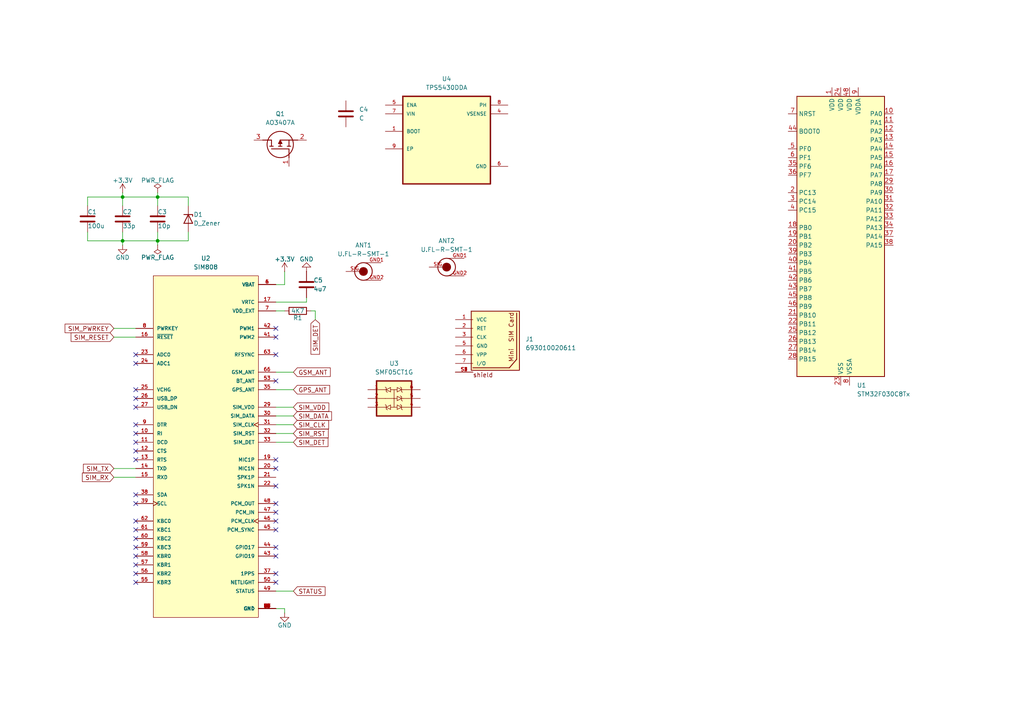
<source format=kicad_sch>
(kicad_sch (version 20250114) (generator "eeschema") (generator_version "9.0")
  (paper "A4")
  (lib_symbols
    (symbol "693010020611:693010020611" (pin_names (offset 1.016))
      (property "Reference" "J" (at 0 8.255 0))
      (symbol "693010020611_0_0"
        (rectangle (start -8.108 -9.6025) (end 5.862 7.5425) (stroke (width 0.254)) (fill (type background)))
        (polyline (pts (xy -7.62 -8.89) (xy 2.96 -8.89)) (stroke (width 0.254)))
        (polyline (pts (xy 5.08 -6.42) (xy 2.96 -8.89)) (stroke (width 0.254)))
        (polyline (pts (xy 5.08 -6.42) (xy 5.08 6.985)) (stroke (width 0.254)))
        (text "shield" (at -7.62 -11.7 0) (effects (font (size 1.27 1.27)) (justify left bottom)))
        (text "Mini  SIM Card " (at 4.283 -7.212 900) (effects (font (size 1.27 1.27)) (justify left bottom)))
        (pin bidirectional line (at -12.7 5.08 0) (length 5.08) (name "VCC") (number "1"))
        (pin bidirectional line (at -12.7 2.54 0) (length 5.08) (name "RET") (number "2"))
        (pin bidirectional line (at -12.7 0 0) (length 5.08) (name "CLK") (number "3"))
        (pin bidirectional line (at -12.7 -2.54 0) (length 5.08) (name "GND") (number "5"))
        (pin bidirectional line (at -12.7 -5.08 0) (length 5.08) (name "VPP") (number "6"))
        (pin bidirectional line (at -12.7 -7.62 0) (length 5.08) (name "I/O") (number "7"))
        (pin bidirectional line (at -12.7 -10.16 0) (length 5.08) (name "~") (number "S1"))
        (pin bidirectional line (at -12.7 -10.16 0) (length 5.08) (name "~") (number "S2"))
        (pin bidirectional line (at -12.7 -10.16 0) (length 5.08) (name "~") (number "S3"))
        (pin bidirectional line (at -12.7 -10.16 0) (length 5.08) (name "~") (number "S4"))
      )
    )
    (symbol "AO3407A:AO3407A" (pin_names (hide yes))
      (property "Reference" "Q" (at 11.43 3.81 0))
      (property "Value" "AO3407A" (at 11.43 1.27 0))
      (symbol "AO3407A_1_1"
        (polyline (pts (xy 2.54 0) (xy 5.08 0)) (stroke (width 0.254)))
        (polyline (pts (xy 5.08 5.08) (xy 5.08 0)) (stroke (width 0.254)))
        (polyline (pts (xy 5.842 5.588) (xy 5.842 4.572)) (stroke (width 0.254)))
        (polyline (pts (xy 5.842 2.032) (xy 5.842 3.048)) (stroke (width 0.254)))
        (polyline (pts (xy 5.842 0) (xy 7.62 0)) (stroke (width 0.254)))
        (polyline (pts (xy 5.842 -0.508) (xy 5.842 0.508)) (stroke (width 0.254)))
        (circle (center 6.35 2.54) (radius 3.81) (stroke (width 0.254)))
        (polyline (pts (xy 7.62 5.08) (xy 5.842 5.08)) (stroke (width 0.254)))
        (polyline (pts (xy 7.62 5.08) (xy 7.62 7.62)) (stroke (width 0.254)))
        (polyline (pts (xy 7.62 2.54) (xy 5.842 2.54)) (stroke (width 0.254)))
        (polyline (pts (xy 7.62 2.54) (xy 7.62 -2.54)) (stroke (width 0.254)))
        (polyline (pts (xy 7.62 2.54) (xy 6.604 3.048) (xy 6.604 2.032) (xy 7.62 2.54)) (stroke (width 0.254)) (fill (type outline)))
        (pin passive line (at 0 0 0) (length 2.54) (name "G") (number "1"))
        (pin passive line (at 7.62 10.16 270) (length 2.54) (name "D") (number "3"))
        (pin passive line (at 7.62 -5.08 90) (length 2.54) (name "S") (number "2"))
      )
    )
    (symbol "Device:C" (pin_numbers (hide yes)) (pin_names (offset 0.254))
      (property "Reference" "C" (at 0.635 2.54 0))
      (property "Value" "C" (at 0.635 -2.54 0))
      (symbol "C_0_1"
        (polyline (pts (xy -2.032 0.762) (xy 2.032 0.762)) (stroke (width 0.508)))
        (polyline (pts (xy -2.032 -0.762) (xy 2.032 -0.762)) (stroke (width 0.508)))
      )
      (symbol "C_1_1"
        (pin passive line (at 0 3.81 270) (length 2.794) (name "~") (number "1"))
        (pin passive line (at 0 -3.81 90) (length 2.794) (name "~") (number "2"))
      )
    )
    (symbol "Device:D_Zener" (pin_numbers (hide yes)) (pin_names (offset 1.016) (hide yes))
      (property "Reference" "D" (at 0 2.54 0))
      (property "Value" "D_Zener" (at 0 -2.54 0))
      (symbol "D_Zener_0_1"
        (polyline (pts (xy -1.27 -1.27) (xy -1.27 1.27) (xy -0.762 1.27)) (stroke (width 0.254)))
        (polyline (pts (xy 1.27 0) (xy -1.27 0)))
        (polyline (pts (xy 1.27 -1.27) (xy 1.27 1.27) (xy -1.27 0) (xy 1.27 -1.27)) (stroke (width 0.254)))
      )
      (symbol "D_Zener_1_1"
        (pin passive line (at -3.81 0 0) (length 2.54) (name "K") (number "1"))
        (pin passive line (at 3.81 0 180) (length 2.54) (name "A") (number "2"))
      )
    )
    (symbol "Device:R" (pin_numbers (hide yes)) (pin_names (offset 0))
      (property "Reference" "R" (at 2.032 0 90))
      (property "Value" "R" (at 0 0 90))
      (symbol "R_0_1"
        (rectangle (start -1.016 -2.54) (end 1.016 2.54) (stroke (width 0.254)))
      )
      (symbol "R_1_1"
        (pin passive line (at 0 3.81 270) (length 1.27) (name "~") (number "1"))
        (pin passive line (at 0 -3.81 90) (length 1.27) (name "~") (number "2"))
      )
    )
    (symbol "MCU_ST_STM32F0:STM32F030C8Tx"
      (property "Reference" "U" (at -12.7 41.91 0))
      (property "Value" "STM32F030C8Tx" (at 7.62 41.91 0))
      (symbol "STM32F030C8Tx_0_1"
        (rectangle (start -12.7 -40.64) (end 12.7 40.64) (stroke (width 0.254)) (fill (type background)))
      )
      (symbol "STM32F030C8Tx_1_1"
        (pin input line (at -15.24 35.56 0) (length 2.54) (name "NRST") (number "7"))
        (pin input line (at -15.24 30.48 0) (length 2.54) (name "BOOT0") (number "44"))
        (pin bidirectional line (at -15.24 25.4 0) (length 2.54) (name "PF0") (number "5"))
        (pin bidirectional line (at -15.24 22.86 0) (length 2.54) (name "PF1") (number "6"))
        (pin bidirectional line (at -15.24 20.32 0) (length 2.54) (name "PF6") (number "35"))
        (pin bidirectional line (at -15.24 17.78 0) (length 2.54) (name "PF7") (number "36"))
        (pin bidirectional line (at -15.24 12.7 0) (length 2.54) (name "PC13") (number "2"))
        (pin bidirectional line (at -15.24 10.16 0) (length 2.54) (name "PC14") (number "3"))
        (pin bidirectional line (at -15.24 7.62 0) (length 2.54) (name "PC15") (number "4"))
        (pin bidirectional line (at -15.24 2.54 0) (length 2.54) (name "PB0") (number "18"))
        (pin bidirectional line (at -15.24 0 0) (length 2.54) (name "PB1") (number "19"))
        (pin bidirectional line (at -15.24 -2.54 0) (length 2.54) (name "PB2") (number "20"))
        (pin bidirectional line (at -15.24 -5.08 0) (length 2.54) (name "PB3") (number "39"))
        (pin bidirectional line (at -15.24 -7.62 0) (length 2.54) (name "PB4") (number "40"))
        (pin bidirectional line (at -15.24 -10.16 0) (length 2.54) (name "PB5") (number "41"))
        (pin bidirectional line (at -15.24 -12.7 0) (length 2.54) (name "PB6") (number "42"))
        (pin bidirectional line (at -15.24 -15.24 0) (length 2.54) (name "PB7") (number "43"))
        (pin bidirectional line (at -15.24 -17.78 0) (length 2.54) (name "PB8") (number "45"))
        (pin bidirectional line (at -15.24 -20.32 0) (length 2.54) (name "PB9") (number "46"))
        (pin bidirectional line (at -15.24 -22.86 0) (length 2.54) (name "PB10") (number "21"))
        (pin bidirectional line (at -15.24 -25.4 0) (length 2.54) (name "PB11") (number "22"))
        (pin bidirectional line (at -15.24 -27.94 0) (length 2.54) (name "PB12") (number "25"))
        (pin bidirectional line (at -15.24 -30.48 0) (length 2.54) (name "PB13") (number "26"))
        (pin bidirectional line (at -15.24 -33.02 0) (length 2.54) (name "PB14") (number "27"))
        (pin bidirectional line (at -15.24 -35.56 0) (length 2.54) (name "PB15") (number "28"))
        (pin power_in line (at -2.54 43.18 270) (length 2.54) (name "VDD") (number "1"))
        (pin power_in line (at 0 43.18 270) (length 2.54) (name "VDD") (number "24"))
        (pin power_in line (at 0 -43.18 90) (length 2.54) (name "VSS") (number "23"))
        (pin passive line (at 0 -43.18 90) (length 2.54) (hide yes) (name "VSS") (number "47"))
        (pin power_in line (at 2.54 43.18 270) (length 2.54) (name "VDD") (number "48"))
        (pin power_in line (at 2.54 -43.18 90) (length 2.54) (name "VSSA") (number "8"))
        (pin power_in line (at 5.08 43.18 270) (length 2.54) (name "VDDA") (number "9"))
        (pin bidirectional line (at 15.24 35.56 180) (length 2.54) (name "PA0") (number "10"))
        (pin bidirectional line (at 15.24 33.02 180) (length 2.54) (name "PA1") (number "11"))
        (pin bidirectional line (at 15.24 30.48 180) (length 2.54) (name "PA2") (number "12"))
        (pin bidirectional line (at 15.24 27.94 180) (length 2.54) (name "PA3") (number "13"))
        (pin bidirectional line (at 15.24 25.4 180) (length 2.54) (name "PA4") (number "14"))
        (pin bidirectional line (at 15.24 22.86 180) (length 2.54) (name "PA5") (number "15"))
        (pin bidirectional line (at 15.24 20.32 180) (length 2.54) (name "PA6") (number "16"))
        (pin bidirectional line (at 15.24 17.78 180) (length 2.54) (name "PA7") (number "17"))
        (pin bidirectional line (at 15.24 15.24 180) (length 2.54) (name "PA8") (number "29"))
        (pin bidirectional line (at 15.24 12.7 180) (length 2.54) (name "PA9") (number "30"))
        (pin bidirectional line (at 15.24 10.16 180) (length 2.54) (name "PA10") (number "31"))
        (pin bidirectional line (at 15.24 7.62 180) (length 2.54) (name "PA11") (number "32"))
        (pin bidirectional line (at 15.24 5.08 180) (length 2.54) (name "PA12") (number "33"))
        (pin bidirectional line (at 15.24 2.54 180) (length 2.54) (name "PA13") (number "34"))
        (pin bidirectional line (at 15.24 0 180) (length 2.54) (name "PA14") (number "37"))
        (pin bidirectional line (at 15.24 -2.54 180) (length 2.54) (name "PA15") (number "38"))
      )
    )
    (symbol "SIM808:SIM808" (pin_names (offset 1.016))
      (property "Reference" "U" (at -15.24 49.022 0))
      (property "Value" "SIM808" (at -15.24 -53.34 0))
      (symbol "SIM808_0_0"
        (rectangle (start -15.24 -50.8) (end 15.24 48.26) (stroke (width 0.1524)) (fill (type background)))
        (pin input line (at -20.32 33.02 0) (length 5.08) (name "PWRKEY") (number "8"))
        (pin input line (at -20.32 30.48 0) (length 5.08) (name "~{RESET}") (number "16"))
        (pin input line (at -20.32 25.4 0) (length 5.08) (name "ADC0") (number "23"))
        (pin input line (at -20.32 22.86 0) (length 5.08) (name "ADC1") (number "24"))
        (pin input line (at -20.32 15.24 0) (length 5.08) (name "VCHG") (number "25"))
        (pin bidirectional line (at -20.32 12.7 0) (length 5.08) (name "USB_DP") (number "26"))
        (pin bidirectional line (at -20.32 10.16 0) (length 5.08) (name "USB_DN") (number "27"))
        (pin input line (at -20.32 5.08 0) (length 5.08) (name "DTR") (number "9"))
        (pin output line (at -20.32 2.54 0) (length 5.08) (name "RI") (number "10"))
        (pin output line (at -20.32 0 0) (length 5.08) (name "DCD") (number "11"))
        (pin output line (at -20.32 -2.54 0) (length 5.08) (name "CTS") (number "12"))
        (pin input line (at -20.32 -5.08 0) (length 5.08) (name "RTS") (number "13"))
        (pin output line (at -20.32 -7.62 0) (length 5.08) (name "TXD") (number "14"))
        (pin input line (at -20.32 -10.16 0) (length 5.08) (name "RXD") (number "15"))
        (pin bidirectional line (at -20.32 -15.24 0) (length 5.08) (name "SDA") (number "38"))
        (pin input clock (at -20.32 -17.78 0) (length 5.08) (name "SCL") (number "39"))
        (pin input line (at -20.32 -22.86 0) (length 5.08) (name "KBC0") (number "62"))
        (pin input line (at -20.32 -25.4 0) (length 5.08) (name "KBC1") (number "61"))
        (pin input line (at -20.32 -27.94 0) (length 5.08) (name "KBC2") (number "60"))
        (pin input line (at -20.32 -30.48 0) (length 5.08) (name "KBC3") (number "59"))
        (pin output line (at -20.32 -33.02 0) (length 5.08) (name "KBR0") (number "58"))
        (pin output line (at -20.32 -35.56 0) (length 5.08) (name "KBR1") (number "57"))
        (pin output line (at -20.32 -38.1 0) (length 5.08) (name "KBR2") (number "56"))
        (pin output line (at -20.32 -40.64 0) (length 5.08) (name "KBR3") (number "55"))
        (pin power_in line (at 20.32 45.72 180) (length 5.08) (name "VBAT") (number "4"))
        (pin power_in line (at 20.32 45.72 180) (length 5.08) (name "VBAT") (number "5"))
        (pin power_in line (at 20.32 45.72 180) (length 5.08) (name "VBAT") (number "6"))
        (pin bidirectional line (at 20.32 40.64 180) (length 5.08) (name "VRTC") (number "17"))
        (pin output line (at 20.32 38.1 180) (length 5.08) (name "VDD_EXT") (number "7"))
        (pin output line (at 20.32 33.02 180) (length 5.08) (name "PWM1") (number "42"))
        (pin output line (at 20.32 30.48 180) (length 5.08) (name "PWM2") (number "41"))
        (pin output line (at 20.32 25.4 180) (length 5.08) (name "RFSYNC") (number "63"))
        (pin bidirectional line (at 20.32 20.32 180) (length 5.08) (name "GSM_ANT") (number "66"))
        (pin bidirectional line (at 20.32 17.78 180) (length 5.08) (name "BT_ANT") (number "53"))
        (pin input line (at 20.32 15.24 180) (length 5.08) (name "GPS_ANT") (number "35"))
        (pin output line (at 20.32 10.16 180) (length 5.08) (name "SIM_VDD") (number "29"))
        (pin bidirectional line (at 20.32 7.62 180) (length 5.08) (name "SIM_DATA") (number "30"))
        (pin output clock (at 20.32 5.08 180) (length 5.08) (name "SIM_CLK") (number "31"))
        (pin output line (at 20.32 2.54 180) (length 5.08) (name "SIM_RST") (number "32"))
        (pin input line (at 20.32 0 180) (length 5.08) (name "SIM_DET") (number "33"))
        (pin input line (at 20.32 -5.08 180) (length 5.08) (name "MIC1P") (number "19"))
        (pin input line (at 20.32 -7.62 180) (length 5.08) (name "MIC1N") (number "20"))
        (pin output line (at 20.32 -10.16 180) (length 5.08) (name "SPK1P") (number "21"))
        (pin output line (at 20.32 -12.7 180) (length 5.08) (name "SPK1N") (number "22"))
        (pin output line (at 20.32 -17.78 180) (length 5.08) (name "PCM_OUT") (number "48"))
        (pin input line (at 20.32 -20.32 180) (length 5.08) (name "PCM_IN") (number "47"))
        (pin input clock (at 20.32 -22.86 180) (length 5.08) (name "PCM_CLK") (number "46"))
        (pin output line (at 20.32 -25.4 180) (length 5.08) (name "PCM_SYNC") (number "45"))
        (pin bidirectional line (at 20.32 -30.48 180) (length 5.08) (name "GPIO17") (number "44"))
        (pin bidirectional line (at 20.32 -33.02 180) (length 5.08) (name "GPIO19") (number "43"))
        (pin output line (at 20.32 -38.1 180) (length 5.08) (name "1PPS") (number "37"))
        (pin output line (at 20.32 -40.64 180) (length 5.08) (name "NETLIGHT") (number "50"))
        (pin output line (at 20.32 -43.18 180) (length 5.08) (name "STATUS") (number "49"))
        (pin power_in line (at 20.32 -48.26 180) (length 5.08) (name "GND") (number "1"))
        (pin power_in line (at 20.32 -48.26 180) (length 5.08) (name "GND") (number "18"))
        (pin power_in line (at 20.32 -48.26 180) (length 5.08) (name "GND") (number "2"))
        (pin power_in line (at 20.32 -48.26 180) (length 5.08) (name "GND") (number "28"))
        (pin power_in line (at 20.32 -48.26 180) (length 5.08) (name "GND") (number "3"))
        (pin power_in line (at 20.32 -48.26 180) (length 5.08) (name "GND") (number "34"))
        (pin power_in line (at 20.32 -48.26 180) (length 5.08) (name "GND") (number "36"))
        (pin power_in line (at 20.32 -48.26 180) (length 5.08) (name "GND") (number "40"))
        (pin power_in line (at 20.32 -48.26 180) (length 5.08) (name "GND") (number "51"))
        (pin power_in line (at 20.32 -48.26 180) (length 5.08) (name "GND") (number "52"))
        (pin power_in line (at 20.32 -48.26 180) (length 5.08) (name "GND") (number "54"))
        (pin power_in line (at 20.32 -48.26 180) (length 5.08) (name "GND") (number "64"))
        (pin power_in line (at 20.32 -48.26 180) (length 5.08) (name "GND") (number "65"))
        (pin power_in line (at 20.32 -48.26 180) (length 5.08) (name "GND") (number "67"))
        (pin power_in line (at 20.32 -48.26 180) (length 5.08) (name "GND") (number "68"))
      )
    )
    (symbol "SMF05CT1G:SMF05CT1G" (pin_names (offset 1.016))
      (property "Reference" "U" (at -5.1114 6.0907 0))
      (property "Value" "SMF05CT1G" (at -5.1118 -9.0963 0))
      (symbol "SMF05CT1G_0_0"
        (rectangle (start -5.08 -5.08) (end 5.08 5.08) (stroke (width 0.41)) (fill (type background)))
        (polyline (pts (xy -2.54 3.302) (xy -2.286 3.048)) (stroke (width 0.1524)))
        (polyline (pts (xy -2.54 -1.778) (xy -2.286 -2.032)) (stroke (width 0.1524)))
        (polyline (pts (xy -2.286 3.048) (xy -2.286 2.54)) (stroke (width 0.1524)))
        (polyline (pts (xy -2.286 2.54) (xy -2.54 2.54)) (stroke (width 0.1524)))
        (polyline (pts (xy -2.286 2.54) (xy -2.286 2.032)) (stroke (width 0.1524)))
        (polyline (pts (xy -2.286 2.54) (xy -1.016 1.905)) (stroke (width 0.1524)))
        (polyline (pts (xy -2.286 2.032) (xy -1.905 1.778)) (stroke (width 0.1524)))
        (polyline (pts (xy -2.286 -2.032) (xy -2.286 -2.54)) (stroke (width 0.1524)))
        (polyline (pts (xy -2.286 -2.54) (xy -2.54 -2.54)) (stroke (width 0.1524)))
        (polyline (pts (xy -2.286 -2.54) (xy -2.286 -3.048)) (stroke (width 0.1524)))
        (polyline (pts (xy -2.286 -2.54) (xy -1.016 -3.175)) (stroke (width 0.1524)))
        (polyline (pts (xy -2.286 -3.048) (xy -1.905 -3.302)) (stroke (width 0.1524)))
        (polyline (pts (xy -1.016 3.175) (xy -2.286 2.54)) (stroke (width 0.1524)))
        (polyline (pts (xy -1.016 2.54) (xy -1.016 3.175)) (stroke (width 0.1524)))
        (polyline (pts (xy -1.016 2.54) (xy 0 2.54)) (stroke (width 0.1524)))
        (polyline (pts (xy -1.016 1.905) (xy -1.016 2.54)) (stroke (width 0.1524)))
        (polyline (pts (xy -1.016 -1.905) (xy -2.286 -2.54)) (stroke (width 0.1524)))
        (polyline (pts (xy -1.016 -2.54) (xy -1.016 -1.905)) (stroke (width 0.1524)))
        (polyline (pts (xy -1.016 -2.54) (xy 0 -2.54)) (stroke (width 0.1524)))
        (polyline (pts (xy -1.016 -3.175) (xy -1.016 -2.54)) (stroke (width 0.1524)))
        (polyline (pts (xy 0 2.54) (xy 0 0)) (stroke (width 0.1524)))
        (polyline (pts (xy 0 2.54) (xy 0.762 2.54)) (stroke (width 0.1524)))
        (polyline (pts (xy 0 0) (xy -2.54 0)) (stroke (width 0.1524)))
        (polyline (pts (xy 0 0) (xy 0 -2.54)) (stroke (width 0.1524)))
        (polyline (pts (xy 0 -2.54) (xy 0.762 -2.54)) (stroke (width 0.1524)))
        (polyline (pts (xy 0.762 0) (xy 0 0)) (stroke (width 0.1524)))
        (polyline (pts (xy 0.889 3.175) (xy 0.889 1.905)) (stroke (width 0.1524)))
        (polyline (pts (xy 0.889 1.905) (xy 2.159 2.54)) (stroke (width 0.1524)))
        (polyline (pts (xy 0.889 0.635) (xy 0.889 -0.635)) (stroke (width 0.1524)))
        (polyline (pts (xy 0.889 -0.635) (xy 2.159 0)) (stroke (width 0.1524)))
        (polyline (pts (xy 0.889 -1.905) (xy 0.889 -3.175)) (stroke (width 0.1524)))
        (polyline (pts (xy 0.889 -3.175) (xy 2.159 -2.54)) (stroke (width 0.1524)))
        (polyline (pts (xy 2.032 2.54) (xy 2.54 2.54)) (stroke (width 0.1524)))
        (polyline (pts (xy 2.032 -2.54) (xy 2.54 -2.54)) (stroke (width 0.1524)))
        (polyline (pts (xy 2.159 3.048) (xy 1.778 3.302)) (stroke (width 0.1524)))
        (polyline (pts (xy 2.159 2.54) (xy 0.889 3.175)) (stroke (width 0.1524)))
        (polyline (pts (xy 2.159 2.032) (xy 2.159 3.048)) (stroke (width 0.1524)))
        (polyline (pts (xy 2.159 0.508) (xy 1.778 0.762)) (stroke (width 0.1524)))
        (polyline (pts (xy 2.159 0) (xy 0.889 0.635)) (stroke (width 0.1524)))
        (polyline (pts (xy 2.159 -0.508) (xy 2.159 0.508)) (stroke (width 0.1524)))
        (polyline (pts (xy 2.159 -2.032) (xy 1.778 -1.778)) (stroke (width 0.1524)))
        (polyline (pts (xy 2.159 -2.54) (xy 0.889 -1.905)) (stroke (width 0.1524)))
        (polyline (pts (xy 2.159 -3.048) (xy 2.159 -2.032)) (stroke (width 0.1524)))
        (polyline (pts (xy 2.286 0) (xy 2.54 0)) (stroke (width 0.1524)))
        (polyline (pts (xy 2.413 1.778) (xy 2.159 2.032)) (stroke (width 0.1524)))
        (polyline (pts (xy 2.413 -0.762) (xy 2.159 -0.508)) (stroke (width 0.1524)))
        (polyline (pts (xy 2.413 -3.302) (xy 2.159 -3.048)) (stroke (width 0.1524)))
        (pin passive line (at -7.62 2.54 0) (length 5.08) (name "~") (number "1"))
        (pin passive line (at -7.62 0 0) (length 5.08) (name "~") (number "2"))
        (pin passive line (at -7.62 -2.54 0) (length 5.08) (name "~") (number "3"))
        (pin passive line (at 7.62 2.54 180) (length 5.08) (name "~") (number "6"))
        (pin passive line (at 7.62 0 180) (length 5.08) (name "~") (number "5"))
        (pin passive line (at 7.62 -2.54 180) (length 5.08) (name "~") (number "4"))
      )
    )
    (symbol "TPS5430DDA:TPS5430DDA" (pin_names (offset 1.016))
      (property "Reference" "U" (at -12.7 13.7 0))
      (property "Value" "TPS5430DDA" (at -12.7 -16.7 0))
      (symbol "TPS5430DDA_0_0"
        (rectangle (start -12.7 -12.7) (end 12.7 12.7) (stroke (width 0.41)) (fill (type background)))
        (pin input line (at -17.78 10.16 0) (length 5.08) (name "ENA") (number "5"))
        (pin input line (at -17.78 7.62 0) (length 5.08) (name "VIN") (number "7"))
        (pin bidirectional line (at -17.78 2.54 0) (length 5.08) (name "BOOT") (number "1"))
        (pin bidirectional line (at -17.78 -2.54 0) (length 5.08) (name "EP") (number "9"))
        (pin output line (at 17.78 10.16 180) (length 5.08) (name "PH") (number "8"))
        (pin output line (at 17.78 7.62 180) (length 5.08) (name "VSENSE") (number "4"))
        (pin power_in line (at 17.78 -7.62 180) (length 5.08) (name "GND") (number "6"))
      )
    )
    (symbol "U.FL-R-SMT-1:U.FL-R-SMT-1" (pin_names (offset 1.016))
      (property "Reference" "ANT" (at -2.54 5.08 0))
      (property "Value" "U.FL-R-SMT-1" (at -2.54 -6.096 0))
      (symbol "U.FL-R-SMT-1_0_0"
        (circle (center 0 0) (radius 0.635) (stroke (width 1.27)))
        (circle (center 0 0) (radius 2.5527) (stroke (width 0.254)))
        (polyline (pts (xy 2.54 2.54) (xy 0.254 2.54)) (stroke (width 0.1524)))
        (polyline (pts (xy 2.54 -2.54) (xy 0.254 -2.54)) (stroke (width 0.1524)))
        (pin bidirectional line (at -5.08 0 0) (length 5.08) (name "~") (number "SIG"))
        (pin bidirectional line (at 5.08 2.54 180) (length 2.54) (name "~") (number "GND1"))
        (pin bidirectional line (at 5.08 -2.54 180) (length 2.54) (name "~") (number "GND2"))
      )
    )
    (symbol "power:+3.3V" (power) (pin_numbers (hide yes)) (pin_names (offset 0) (hide yes))
      (property "Value" "+3.3V" (at 0 3.556 0))
      (symbol "+3.3V_0_1"
        (polyline (pts (xy -0.762 1.27) (xy 0 2.54)))
        (polyline (pts (xy 0 2.54) (xy 0.762 1.27)))
        (polyline (pts (xy 0 0) (xy 0 2.54)))
      )
      (symbol "+3.3V_1_1"
        (pin power_in line (at 0 0 90) (length 0) (name "~") (number "1"))
      )
    )
    (symbol "power:GND" (power) (pin_numbers (hide yes)) (pin_names (offset 0) (hide yes))
      (property "Value" "GND" (at 0 -3.81 0))
      (symbol "GND_0_1"
        (polyline (pts (xy 0 0) (xy 0 -1.27) (xy 1.27 -1.27) (xy 0 -2.54) (xy -1.27 -1.27) (xy 0 -1.27)))
      )
      (symbol "GND_1_1"
        (pin power_in line (at 0 0 270) (length 0) (name "~") (number "1"))
      )
    )
    (symbol "power:PWR_FLAG" (power) (pin_numbers (hide yes)) (pin_names (offset 0) (hide yes))
      (property "Value" "PWR_FLAG" (at 0 3.81 0))
      (symbol "PWR_FLAG_0_0"
        (pin power_out line (at 0 0 90) (length 0) (name "~") (number "1"))
      )
      (symbol "PWR_FLAG_0_1"
        (polyline (pts (xy 0 0) (xy 0 1.27) (xy -1.016 1.905) (xy 0 2.54) (xy 1.016 1.905) (xy 0 1.27)))
      )
    )
  )
  (junction (at 45.72 69.85))
  (junction (at 35.56 69.85))
  (junction (at 45.72 57.15))
  (junction (at 35.56 57.15))
  (no_connect (at 39.37 128.27))
  (no_connect (at 80.01 135.89))
  (no_connect (at 80.01 148.59))
  (no_connect (at 39.37 153.67))
  (no_connect (at 80.01 166.37))
  (no_connect (at 80.01 110.49))
  (no_connect (at 80.01 151.13))
  (no_connect (at 39.37 146.05))
  (no_connect (at 80.01 146.05))
  (no_connect (at 39.37 118.11))
  (no_connect (at 39.37 168.91))
  (no_connect (at 80.01 168.91))
  (no_connect (at 39.37 113.03))
  (no_connect (at 39.37 161.29))
  (no_connect (at 39.37 115.57))
  (no_connect (at 39.37 151.13))
  (no_connect (at 80.01 97.79))
  (no_connect (at 39.37 125.73))
  (no_connect (at 80.01 133.35))
  (no_connect (at 39.37 166.37))
  (no_connect (at 39.37 156.21))
  (no_connect (at 39.37 163.83))
  (no_connect (at 39.37 158.75))
  (no_connect (at 39.37 133.35))
  (no_connect (at 80.01 95.25))
  (no_connect (at 80.01 102.87))
  (no_connect (at 39.37 105.41))
  (no_connect (at 80.01 158.75))
  (no_connect (at 80.01 161.29))
  (no_connect (at 80.01 153.67))
  (no_connect (at 80.01 140.97))
  (no_connect (at 39.37 130.81))
  (no_connect (at 39.37 102.87))
  (no_connect (at 39.37 123.19))
  (no_connect (at 39.37 143.51))
  (wire (pts (xy 91.44 92.71) (xy 91.44 90.17)))
  (wire (pts (xy 80.01 87.63) (xy 88.9 87.63)))
  (wire (pts (xy 54.61 59.69) (xy 54.61 57.15)))
  (wire (pts (xy 80.01 90.17) (xy 82.55 90.17)))
  (wire (pts (xy 80.01 128.27) (xy 85.09 128.27)))
  (wire (pts (xy 45.72 67.31) (xy 45.72 69.85)))
  (wire (pts (xy 54.61 69.85) (xy 45.72 69.85)))
  (wire (pts (xy 88.9 87.63) (xy 88.9 86.36)))
  (wire (pts (xy 80.01 176.53) (xy 82.55 176.53)))
  (wire (pts (xy 33.02 135.89) (xy 39.37 135.89)))
  (wire (pts (xy 45.72 57.15) (xy 35.56 57.15)))
  (wire (pts (xy 54.61 67.31) (xy 54.61 69.85)))
  (wire (pts (xy 35.56 69.85) (xy 35.56 71.12)))
  (wire (pts (xy 35.56 55.88) (xy 35.56 57.15)))
  (wire (pts (xy 45.72 59.69) (xy 45.72 57.15)))
  (wire (pts (xy 35.56 57.15) (xy 35.56 59.69)))
  (wire (pts (xy 82.55 82.55) (xy 82.55 78.74)))
  (wire (pts (xy 45.72 69.85) (xy 45.72 71.12)))
  (wire (pts (xy 91.44 90.17) (xy 90.17 90.17)))
  (wire (pts (xy 80.01 120.65) (xy 85.09 120.65)))
  (wire (pts (xy 45.72 55.88) (xy 45.72 57.15)))
  (wire (pts (xy 80.01 118.11) (xy 85.09 118.11)))
  (wire (pts (xy 35.56 69.85) (xy 35.56 67.31)))
  (wire (pts (xy 33.02 95.25) (xy 39.37 95.25)))
  (wire (pts (xy 80.01 171.45) (xy 85.09 171.45)))
  (wire (pts (xy 25.4 69.85) (xy 35.56 69.85)))
  (wire (pts (xy 80.01 123.19) (xy 85.09 123.19)))
  (wire (pts (xy 33.02 97.79) (xy 39.37 97.79)))
  (wire (pts (xy 80.01 125.73) (xy 85.09 125.73)))
  (wire (pts (xy 25.4 59.69) (xy 25.4 57.15)))
  (wire (pts (xy 54.61 57.15) (xy 45.72 57.15)))
  (wire (pts (xy 33.02 138.43) (xy 39.37 138.43)))
  (wire (pts (xy 45.72 69.85) (xy 35.56 69.85)))
  (wire (pts (xy 80.01 82.55) (xy 82.55 82.55)))
  (wire (pts (xy 80.01 113.03) (xy 85.09 113.03)))
  (wire (pts (xy 80.01 107.95) (xy 85.09 107.95)))
  (wire (pts (xy 25.4 67.31) (xy 25.4 69.85)))
  (wire (pts (xy 25.4 57.15) (xy 35.56 57.15)))
  (wire (pts (xy 82.55 176.53) (xy 82.55 177.8)))
  (global_label "SIM_TX" (shape input) (at 33.02 135.89 180) (property "Intersheetrefs" "${INTERSHEET_REFS}" (effects (hide yes))))
  (global_label "SIM_DET" (shape input) (at 91.44 92.71 270) (property "Intersheetrefs" "${INTERSHEET_REFS}" (effects (hide yes))))
  (global_label "SIM_RST" (shape input) (at 85.09 125.73 0) (property "Intersheetrefs" "${INTERSHEET_REFS}" (effects (hide yes))))
  (global_label "SIM_PWRKEY" (shape input) (at 33.02 95.25 180) (property "Intersheetrefs" "${INTERSHEET_REFS}" (effects (hide yes))))
  (global_label "GPS_ANT" (shape input) (at 85.09 113.03 0) (property "Intersheetrefs" "${INTERSHEET_REFS}" (effects (hide yes))))
  (global_label "SIM_DET" (shape input) (at 85.09 128.27 0) (property "Intersheetrefs" "${INTERSHEET_REFS}" (effects (hide yes))))
  (global_label "SIM_VDD" (shape input) (at 85.09 118.11 0) (property "Intersheetrefs" "${INTERSHEET_REFS}" (effects (hide yes))))
  (global_label "SIM_CLK" (shape input) (at 85.09 123.19 0) (property "Intersheetrefs" "${INTERSHEET_REFS}" (effects (hide yes))))
  (global_label "GSM_ANT" (shape input) (at 85.09 107.95 0) (property "Intersheetrefs" "${INTERSHEET_REFS}" (effects (hide yes))))
  (global_label "STATUS" (shape input) (at 85.09 171.45 0) (property "Intersheetrefs" "${INTERSHEET_REFS}" (effects (hide yes))))
  (global_label "SIM_RX" (shape input) (at 33.02 138.43 180) (property "Intersheetrefs" "${INTERSHEET_REFS}" (effects (hide yes))))
  (global_label "SIM_RESET" (shape input) (at 33.02 97.79 180) (property "Intersheetrefs" "${INTERSHEET_REFS}" (effects (hide yes))))
  (global_label "SIM_DATA" (shape input) (at 85.09 120.65 0) (property "Intersheetrefs" "${INTERSHEET_REFS}" (effects (hide yes))))
  (symbol (lib_id "TPS5430DDA:TPS5430DDA") (at 129.54 40.64 0) (unit 1)
    (property "Reference" "U4" (at 129.54 22.86 0))
    (property "Value" "TPS5430DDA" (at 129.54 25.4 0))
    (property "Footprint" "TPS5430DDA:VREG_LM5017MR_NOPB" (effects (hide yes)))
    (property "MF" "Texas Instruments" (effects (hide yes)))
    (property "Description_1" "5.5V to 36V Input, 3A, 500kHz Step-Down Converter" (effects (hide yes)))
    (property "Package" "HSOIC-8 Texas Instruments" (effects (hide yes)))
    (property "Price" "None" (effects (hide yes)))
    (property "SnapEDA_Link" "https://www.snapeda.com/parts/TPS5430DDA/Texas+Instruments/view-part/?ref=snap" (effects (hide yes)))
    (property "MP" "TPS5430DDA" (effects (hide yes)))
    (property "Purchase-URL" "https://www.snapeda.com/api/url_track_click_mouser/?unipart_id=226174&manufacturer=Texas Instruments&part_name=TPS5430DDA&search_term=tps5430dda" (effects (hide yes)))
    (property "Availability" "In Stock" (effects (hide yes)))
    (property "Check_prices" "https://www.snapeda.com/parts/TPS5430DDA/Texas+Instruments/view-part/?ref=eda" (effects (hide yes)))
  )
  (symbol (lib_id "power:GND") (at 82.55 177.8 0) (unit 1)
    (property "Reference" "#PWR05" (effects (hide yes)))
    (property "Value" "GND" (at 82.55 181.356 0))
    (property "Description" "Power symbol creates a global label with name \"GND\" , ground" (effects (hide yes)))
  )
  (symbol (lib_id "Device:R") (at 86.36 90.17 90) (unit 1)
    (property "Reference" "R1" (at 86.36 92.202 90))
    (property "Value" "4K7" (at 86.36 90.17 90))
    (property "Description" "Resistor" (effects (hide yes)))
  )
  (symbol (lib_id "Device:C") (at 25.4 63.5 0) (unit 1)
    (property "Reference" "C1" (at 25.4 61.468 0) (effects (justify left)))
    (property "Value" "100u" (at 25.4 65.532 0) (effects (justify left)))
    (property "Description" "Unpolarized capacitor" (effects (hide yes)))
  )
  (symbol (lib_id "MCU_ST_STM32F0:STM32F030C8Tx") (at 243.84 68.58 0) (unit 1)
    (property "Reference" "U1" (at 248.5233 111.76 0) (effects (justify left)))
    (property "Value" "STM32F030C8Tx" (at 248.5233 114.3 0) (effects (justify left)))
    (property "Footprint" "Package_QFP:LQFP-48_7x7mm_P0.5mm" (effects (hide yes)))
    (property "Datasheet" "https://www.st.com/resource/en/datasheet/stm32f030c8.pdf" (effects (hide yes)))
    (property "Description" "STMicroelectronics Arm Cortex-M0 MCU, 64KB flash, 8KB RAM, 48 MHz, 2.4-3.6V, 39 GPIO, LQFP48" (effects (hide yes)))
  )
  (symbol (lib_id "power:PWR_FLAG") (at 45.72 71.12 180) (unit 1)
    (property "Reference" "#FLG02" (effects (hide yes)))
    (property "Value" "PWR_FLAG" (at 45.72 74.676 0))
    (property "Description" "Special symbol for telling ERC where power comes from" (effects (hide yes)))
  )
  (symbol (lib_id "power:GND") (at 35.56 71.12 0) (unit 1)
    (property "Reference" "#PWR04" (effects (hide yes)))
    (property "Value" "GND" (at 35.56 74.676 0))
    (property "Description" "Power symbol creates a global label with name \"GND\" , ground" (effects (hide yes)))
  )
  (symbol (lib_id "AO3407A:AO3407A") (at 83.82 48.26 90) (unit 1)
    (property "Reference" "Q1" (at 81.28 33.02 90))
    (property "Value" "AO3407A" (at 81.28 35.56 90))
    (property "Footprint" "SOT95P280X125-3N" (effects (hide yes)))
    (property "Datasheet" "http://www.aosmd.com/pdfs/datasheet/ao3407a.pdf" (effects (hide yes)))
    (property "Description" "MOSFET P-CH 30V 4.3A SOT23" (effects (hide yes)))
    (property "Height" "1.25" (effects (hide yes)))
    (property "Manufacturer_Name" "Alpha & Omega Semiconductors" (effects (hide yes)))
    (property "Manufacturer_Part_Number" "AO3407A" (effects (hide yes)))
    (property "Arrow Part Number" "AO3407A" (effects (hide yes)))
    (property "Arrow Price/Stock" "https://www.arrow.com/en/products/ao3407a/alpha-and-omega-semiconductor?utm_currency=USD&region=nac" (effects (hide yes)))
  )
  (symbol (lib_id "Device:C") (at 35.56 63.5 0) (unit 1)
    (property "Reference" "C2" (at 35.56 61.468 0) (effects (justify left)))
    (property "Value" "33p" (at 35.56 65.532 0) (effects (justify left)))
    (property "Description" "Unpolarized capacitor" (effects (hide yes)))
  )
  (symbol (lib_id "Device:C") (at 100.33 33.02 0) (unit 1)
    (property "Reference" "C4" (at 104.14 31.7499 0) (effects (justify left)))
    (property "Value" "C" (at 104.14 34.2899 0) (effects (justify left)))
    (property "Description" "Unpolarized capacitor" (effects (hide yes)))
  )
  (symbol (lib_id "Device:C") (at 45.72 63.5 0) (unit 1)
    (property "Reference" "C3" (at 45.72 61.468 0) (effects (justify left)))
    (property "Value" "10p" (at 45.72 65.532 0) (effects (justify left)))
    (property "Description" "Unpolarized capacitor" (effects (hide yes)))
  )
  (symbol (lib_id "SIM808:SIM808") (at 59.69 128.27 0) (unit 1)
    (property "Reference" "U2" (at 59.69 74.93 0))
    (property "Value" "SIM808" (at 59.69 77.47 0))
    (property "Footprint" "SIM808:XCVR_SIM808" (effects (hide yes)))
    (property "MF" "SIMcom Wireless  solutions Co.,Ltd" (effects (hide yes)))
    (property "MAXIMUM_PACKAGE_HEIGHT" "2.8mm" (effects (hide yes)))
    (property "Package" "None" (effects (hide yes)))
    (property "Price" "None" (effects (hide yes)))
    (property "Check_prices" "https://www.snapeda.com/parts/SIM808/SIMcom+Wireless+solutions+Co.%252CLtd/view-part/?ref=eda" (effects (hide yes)))
    (property "STANDARD" "Manufacturer recommendations" (effects (hide yes)))
    (property "PARTREV" "1.03" (effects (hide yes)))
    (property "SnapEDA_Link" "https://www.snapeda.com/parts/SIM808/SIMcom+Wireless+solutions+Co.%252CLtd/view-part/?ref=snap" (effects (hide yes)))
    (property "MP" "SIM808" (effects (hide yes)))
    (property "Description_1" "SIM808 GPS, GPRS/GSM RF mikroBUS™ Click™ Platform Evaluation Expansion Board" (effects (hide yes)))
    (property "Availability" "In Stock" (effects (hide yes)))
    (property "MANUFACTURER" "SIMCOM" (effects (hide yes)))
  )
  (symbol (lib_id "power:+3.3V") (at 82.55 78.74 0) (unit 1)
    (property "Reference" "#PWR03" (effects (hide yes)))
    (property "Value" "+3.3V" (at 82.55 75.184 0))
    (property "Description" "Power symbol creates a global label with name \"+3.3V\"" (effects (hide yes)))
  )
  (symbol (lib_id "U.FL-R-SMT-1:U.FL-R-SMT-1") (at 105.41 78.74 0) (unit 1)
    (property "Reference" "ANT1" (at 105.41 71.12 0))
    (property "Value" "U.FL-R-SMT-1" (at 105.41 73.66 0))
    (property "Footprint" "U.FL-R-SMT-1:U.FL-R-SMT-1" (effects (hide yes)))
    (property "MF" "Hirose Electric Co Ltd" (effects (hide yes)))
    (property "Description_1" "U.FL-R-SMT(10) Hirose Electric RF Connectors U.FL 0Hz to 6GHz 50Ohm Solder ST SMD F Gold T/R - Arrow.com" (effects (hide yes)))
    (property "Package" "None" (effects (hide yes)))
    (property "Price" "None" (effects (hide yes)))
    (property "SnapEDA_Link" "https://www.snapeda.com/parts/U.FL-R-SMT-1/Hirose+Electric+Co+Ltd/view-part/?ref=snap" (effects (hide yes)))
    (property "MP" "U.FL-R-SMT-1" (effects (hide yes)))
    (property "Purchase-URL" "https://www.snapeda.com/api/url_track_click_mouser/?unipart_id=5844606&manufacturer=Hirose Electric Co Ltd&part_name=U.FL-R-SMT-1&search_term=u.fl-r-smt(10)" (effects (hide yes)))
    (property "Availability" "In Stock" (effects (hide yes)))
    (property "Check_prices" "https://www.snapeda.com/parts/U.FL-R-SMT-1/Hirose+Electric+Co+Ltd/view-part/?ref=eda" (effects (hide yes)))
  )
  (symbol (lib_id "power:+3.3V") (at 35.56 55.88 0) (unit 1)
    (property "Reference" "#PWR02" (effects (hide yes)))
    (property "Value" "+3.3V" (at 35.56 52.324 0))
    (property "Description" "Power symbol creates a global label with name \"+3.3V\"" (effects (hide yes)))
  )
  (symbol (lib_id "Device:D_Zener") (at 54.61 63.5 270) (unit 1)
    (property "Reference" "D1" (at 56.134 62.23 90) (effects (justify left)))
    (property "Value" "D_Zener" (at 56.134 64.77 90) (effects (justify left)))
    (property "Description" "Zener diode" (effects (hide yes)))
  )
  (symbol (lib_id "U.FL-R-SMT-1:U.FL-R-SMT-1") (at 129.54 77.47 0) (unit 1)
    (property "Reference" "ANT2" (at 129.54 69.85 0))
    (property "Value" "U.FL-R-SMT-1" (at 129.54 72.39 0))
    (property "Footprint" "U.FL-R-SMT-1:U.FL-R-SMT-1" (effects (hide yes)))
    (property "MF" "Hirose Electric Co Ltd" (effects (hide yes)))
    (property "Description_1" "U.FL-R-SMT(10) Hirose Electric RF Connectors U.FL 0Hz to 6GHz 50Ohm Solder ST SMD F Gold T/R - Arrow.com" (effects (hide yes)))
    (property "Package" "None" (effects (hide yes)))
    (property "Price" "None" (effects (hide yes)))
    (property "SnapEDA_Link" "https://www.snapeda.com/parts/U.FL-R-SMT-1/Hirose+Electric+Co+Ltd/view-part/?ref=snap" (effects (hide yes)))
    (property "MP" "U.FL-R-SMT-1" (effects (hide yes)))
    (property "Purchase-URL" "https://www.snapeda.com/api/url_track_click_mouser/?unipart_id=5844606&manufacturer=Hirose Electric Co Ltd&part_name=U.FL-R-SMT-1&search_term=u.fl-r-smt(10)" (effects (hide yes)))
    (property "Availability" "In Stock" (effects (hide yes)))
    (property "Check_prices" "https://www.snapeda.com/parts/U.FL-R-SMT-1/Hirose+Electric+Co+Ltd/view-part/?ref=eda" (effects (hide yes)))
  )
  (symbol (lib_id "Device:C") (at 88.9 82.55 0) (unit 1)
    (property "Reference" "C5" (at 90.932 81.28 0) (effects (justify left)))
    (property "Value" "4u7" (at 90.932 83.82 0) (effects (justify left)))
    (property "Description" "Unpolarized capacitor" (effects (hide yes)))
  )
  (symbol (lib_id "693010020611:693010020611") (at 144.78 97.79 0) (unit 1)
    (property "Reference" "J1" (at 152.4 98.363 0) (effects (justify left)))
    (property "Value" "693010020611" (at 152.4 100.903 0) (effects (justify left)))
    (property "Footprint" "693010020611:693010020611" (effects (hide yes)))
    (property "MF" "Wurth Elektronik" (effects (hide yes)))
    (property "Description_1" "CardConnector_SMT_MiniSIM_Header_6pins" (effects (hide yes)))
    (property "Package" "None" (effects (hide yes)))
    (property "Purchase-URL" "https://www.snapeda.com/api/url_track_click_mouser/?unipart_id=4871526&manufacturer=Wurth Elektronik&part_name=693010020611&search_term=sim conncetor" (effects (hide yes)))
    (property "MOUNT" "SMT" (effects (hide yes)))
    (property "IR" "0.5A" (effects (hide yes)))
    (property "VALUE" "693010020611" (effects (hide yes)))
    (property "Price" "None" (effects (hide yes)))
    (property "PART-NUMBER" "693010020611" (effects (hide yes)))
    (property "SnapEDA_Link" "https://www.snapeda.com/parts/693010020611/Wurth+Elektronik/view-part/?ref=snap" (effects (hide yes)))
    (property "DATASHEET-URL" "https://www.we-online.com/redexpert/spec/693010020611?ae" (effects (hide yes)))
    (property "MP" "693010020611" (effects (hide yes)))
    (property "WORKING-VOLTAGE" "50V(AC)" (effects (hide yes)))
    (property "PINS" "6" (effects (hide yes)))
    (property "Availability" "In Stock" (effects (hide yes)))
    (property "TYPE" "Header" (effects (hide yes)))
    (property "GERDER" "Socket" (effects (hide yes)))
    (property "Check_prices" "https://www.snapeda.com/parts/693010020611/Wurth+Elektronik/view-part/?ref=eda" (effects (hide yes)))
  )
  (symbol (lib_id "power:GND") (at 88.9 78.74 180) (unit 1)
    (property "Reference" "#PWR01" (effects (hide yes)))
    (property "Value" "GND" (at 88.9 75.184 0))
    (property "Description" "Power symbol creates a global label with name \"GND\" , ground" (effects (hide yes)))
  )
  (symbol (lib_id "power:PWR_FLAG") (at 45.72 55.88 0) (unit 1)
    (property "Reference" "#FLG01" (effects (hide yes)))
    (property "Value" "PWR_FLAG" (at 45.72 52.324 0))
    (property "Description" "Special symbol for telling ERC where power comes from" (effects (hide yes)))
  )
  (symbol (lib_id "SMF05CT1G:SMF05CT1G") (at 114.3 115.57 0) (unit 1)
    (property "Reference" "U3" (at 114.3 105.41 0))
    (property "Value" "SMF05CT1G" (at 114.3 107.95 0))
    (property "Footprint" "SMF05CT1G:SOT65P210X110-6N" (effects (hide yes)))
    (property "MF" "onsemi" (effects (hide yes)))
    (property "DESCRIPTION" "SMF05C Series 7.2 V 100 W 5-Line Transient Voltage Suppressor Array - SC-88" (effects (hide yes)))
    (property "PACKAGE" "SOT-363 ON Semiconductor" (effects (hide yes)))
    (property "PRICE" "None" (effects (hide yes)))
    (property "Package" "SC-88-6 ON Semiconductor" (effects (hide yes)))
    (property "Check_prices" "https://www.snapeda.com/parts/SMF05CT1G/Onsemi/view-part/?ref=eda" (effects (hide yes)))
    (property "STANDARD" "IPC7351B" (effects (hide yes)))
    (property "SnapEDA_Link" "https://www.snapeda.com/parts/SMF05CT1G/Onsemi/view-part/?ref=snap" (effects (hide yes)))
    (property "MP" "SMF05CT1G" (effects (hide yes)))
    (property "Purchase-URL" "https://www.snapeda.com/api/url_track_click_mouser/?unipart_id=7109045&manufacturer=onsemi&part_name=SMF05CT1G&search_term=smf05ct1g" (effects (hide yes)))
    (property "Description_1" "12.5V Clamp 8A (8/20µs) Ipp Tvs Diode Surface Mount SC-88/SC70-6/SOT-363" (effects (hide yes)))
    (property "Availability" "In Stock" (effects (hide yes)))
    (property "Price" "None" (effects (hide yes)))
    (property "MANUFACTURER" "ON Semiconductor" (effects (hide yes)))
  )
)
</source>
